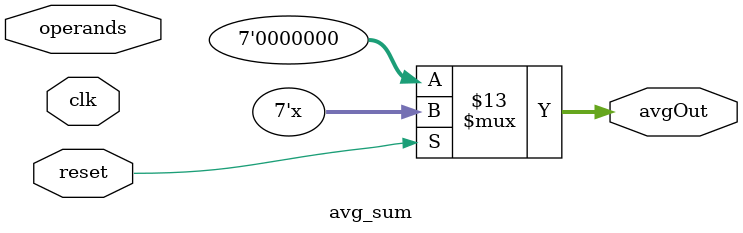
<source format=v>
`timescale 1ns / 1ps


module avg_sum(clk,reset,operands,avgOut);
input clk,reset;
input [62:0] operands;       //9*7-bit

output [6:0] avgOut;
reg [6:0] avgOut;

always@(*)
begin
    if(reset==1'b0)
      avgOut<=7'b0;
   else
      avgOut<=((({4'b0,operands[6:0]}+operands[13:7])+(operands[22:14]+operands[29:23]))+((operands[36:30]+operands[43:37])+(operands[50:44]+operands[57:51]))+operands[64:58])/9;
end


endmodule

//input clk,reset;
//input [62:0] operands;       //9*7-bit

//output [6:0] sumreg;
//reg [6:0] sumreg;

//always@(*)
//begin
//    if(reset==1'b0)
//      sumreg<=7'b0;
//   else
//      sumreg<=((({4'b0,operands[6:0]}+operands[13:7])+(operands[22:14]+operands[29:23]))+((operands[36:30]+operands[43:37])+(operands[50:44]+operands[57:51]))+operands[64:58])/9;
//end

</source>
